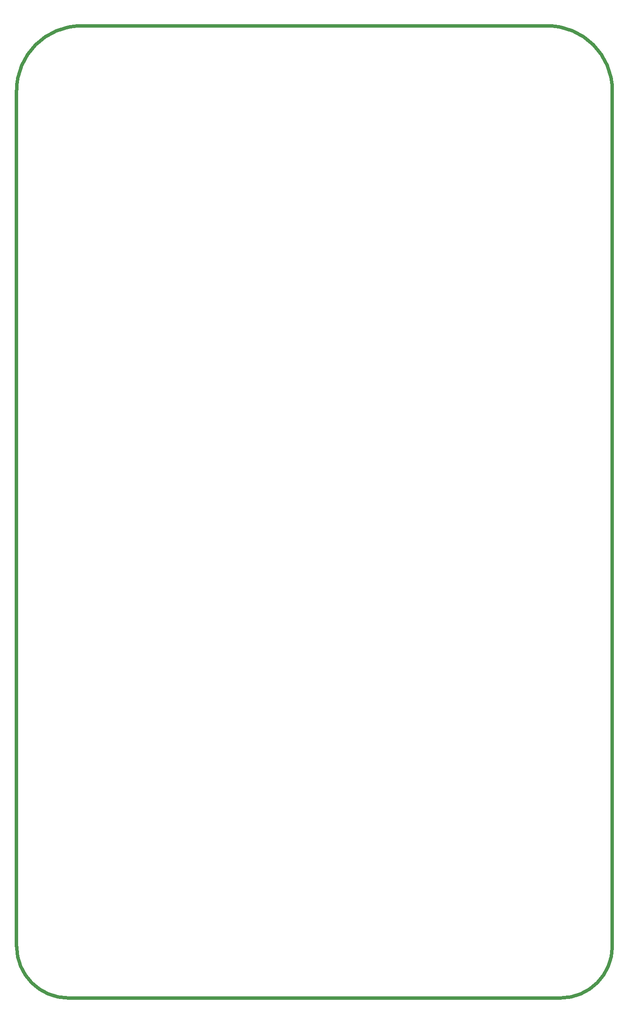
<source format=gbr>
G04 #@! TF.GenerationSoftware,KiCad,Pcbnew,(5.1.4)-1*
G04 #@! TF.CreationDate,2019-10-23T20:28:56-04:00*
G04 #@! TF.ProjectId,Fusion Cell Emulator,46757369-6f6e-4204-9365-6c6c20456d75,rev?*
G04 #@! TF.SameCoordinates,Original*
G04 #@! TF.FileFunction,Profile,NP*
%FSLAX46Y46*%
G04 Gerber Fmt 4.6, Leading zero omitted, Abs format (unit mm)*
G04 Created by KiCad (PCBNEW (5.1.4)-1) date 2019-10-23 20:28:56*
%MOMM*%
%LPD*%
G04 APERTURE LIST*
%ADD10C,0.635000*%
G04 APERTURE END LIST*
D10*
X93980000Y40640000D02*
G75*
G02X106680000Y53340000I12700000J0D01*
G01*
X198120000Y53340000D02*
G75*
G02X210820000Y40640000I0J-12700000D01*
G01*
X104140000Y-137160000D02*
G75*
G02X93980000Y-127000000I0J10160000D01*
G01*
X210820000Y-127000000D02*
G75*
G02X200660000Y-137160000I-10160000J0D01*
G01*
X104140000Y-137160000D02*
X152400000Y-137160000D01*
X93980000Y40640000D02*
X93980000Y-127000000D01*
X198120000Y53340000D02*
X106680000Y53340000D01*
X210820000Y-127000000D02*
X210820000Y40640000D01*
X152400000Y-137160000D02*
X200660000Y-137160000D01*
M02*

</source>
